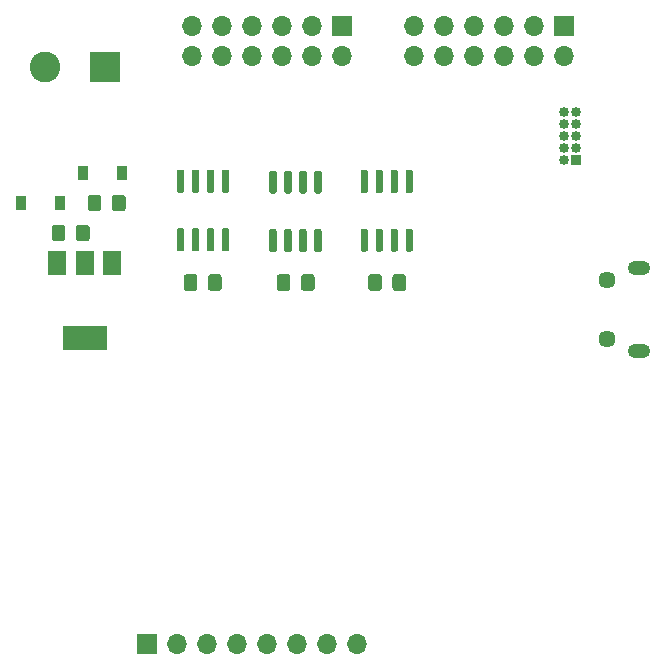
<source format=gbr>
G04 #@! TF.GenerationSoftware,KiCad,Pcbnew,5.1.5+dfsg1-2build2*
G04 #@! TF.CreationDate,2020-08-14T19:59:24+10:00*
G04 #@! TF.ProjectId,sid-board-v3_blocklayout,7369642d-626f-4617-9264-2d76335f626c,rev?*
G04 #@! TF.SameCoordinates,Original*
G04 #@! TF.FileFunction,Soldermask,Bot*
G04 #@! TF.FilePolarity,Negative*
%FSLAX46Y46*%
G04 Gerber Fmt 4.6, Leading zero omitted, Abs format (unit mm)*
G04 Created by KiCad (PCBNEW 5.1.5+dfsg1-2build2) date 2020-08-14 19:59:24*
%MOMM*%
%LPD*%
G04 APERTURE LIST*
%ADD10O,1.700000X1.700000*%
%ADD11R,1.700000X1.700000*%
%ADD12R,0.900000X1.200000*%
%ADD13C,0.100000*%
%ADD14O,1.900000X1.200000*%
%ADD15C,1.450000*%
%ADD16C,2.600000*%
%ADD17R,2.600000X2.600000*%
%ADD18R,1.500000X2.000000*%
%ADD19R,3.800000X2.000000*%
%ADD20R,0.850000X0.850000*%
%ADD21O,0.850000X0.850000*%
G04 APERTURE END LIST*
D10*
X152400000Y-71755000D03*
X152400000Y-69215000D03*
X154940000Y-71755000D03*
X154940000Y-69215000D03*
X157480000Y-71755000D03*
X157480000Y-69215000D03*
X160020000Y-71755000D03*
X160020000Y-69215000D03*
X162560000Y-71755000D03*
X162560000Y-69215000D03*
X165100000Y-71755000D03*
D11*
X165100000Y-69215000D03*
D10*
X133604000Y-71755000D03*
X133604000Y-69215000D03*
X136144000Y-71755000D03*
X136144000Y-69215000D03*
X138684000Y-71755000D03*
X138684000Y-69215000D03*
X141224000Y-71755000D03*
X141224000Y-69215000D03*
X143764000Y-71755000D03*
X143764000Y-69215000D03*
X146304000Y-71755000D03*
D11*
X146304000Y-69215000D03*
D12*
X127634000Y-81661000D03*
X124334000Y-81661000D03*
D13*
G36*
X152136123Y-86362547D02*
G01*
X152150684Y-86364707D01*
X152164963Y-86368284D01*
X152178823Y-86373243D01*
X152192130Y-86379537D01*
X152204756Y-86387105D01*
X152216579Y-86395873D01*
X152227486Y-86405759D01*
X152237372Y-86416666D01*
X152246140Y-86428489D01*
X152253708Y-86441115D01*
X152260002Y-86454422D01*
X152264961Y-86468282D01*
X152268538Y-86482561D01*
X152270698Y-86497122D01*
X152271420Y-86511825D01*
X152271420Y-88161825D01*
X152270698Y-88176528D01*
X152268538Y-88191089D01*
X152264961Y-88205368D01*
X152260002Y-88219228D01*
X152253708Y-88232535D01*
X152246140Y-88245161D01*
X152237372Y-88256984D01*
X152227486Y-88267891D01*
X152216579Y-88277777D01*
X152204756Y-88286545D01*
X152192130Y-88294113D01*
X152178823Y-88300407D01*
X152164963Y-88305366D01*
X152150684Y-88308943D01*
X152136123Y-88311103D01*
X152121420Y-88311825D01*
X151821420Y-88311825D01*
X151806717Y-88311103D01*
X151792156Y-88308943D01*
X151777877Y-88305366D01*
X151764017Y-88300407D01*
X151750710Y-88294113D01*
X151738084Y-88286545D01*
X151726261Y-88277777D01*
X151715354Y-88267891D01*
X151705468Y-88256984D01*
X151696700Y-88245161D01*
X151689132Y-88232535D01*
X151682838Y-88219228D01*
X151677879Y-88205368D01*
X151674302Y-88191089D01*
X151672142Y-88176528D01*
X151671420Y-88161825D01*
X151671420Y-86511825D01*
X151672142Y-86497122D01*
X151674302Y-86482561D01*
X151677879Y-86468282D01*
X151682838Y-86454422D01*
X151689132Y-86441115D01*
X151696700Y-86428489D01*
X151705468Y-86416666D01*
X151715354Y-86405759D01*
X151726261Y-86395873D01*
X151738084Y-86387105D01*
X151750710Y-86379537D01*
X151764017Y-86373243D01*
X151777877Y-86368284D01*
X151792156Y-86364707D01*
X151806717Y-86362547D01*
X151821420Y-86361825D01*
X152121420Y-86361825D01*
X152136123Y-86362547D01*
G37*
G36*
X150866123Y-86362547D02*
G01*
X150880684Y-86364707D01*
X150894963Y-86368284D01*
X150908823Y-86373243D01*
X150922130Y-86379537D01*
X150934756Y-86387105D01*
X150946579Y-86395873D01*
X150957486Y-86405759D01*
X150967372Y-86416666D01*
X150976140Y-86428489D01*
X150983708Y-86441115D01*
X150990002Y-86454422D01*
X150994961Y-86468282D01*
X150998538Y-86482561D01*
X151000698Y-86497122D01*
X151001420Y-86511825D01*
X151001420Y-88161825D01*
X151000698Y-88176528D01*
X150998538Y-88191089D01*
X150994961Y-88205368D01*
X150990002Y-88219228D01*
X150983708Y-88232535D01*
X150976140Y-88245161D01*
X150967372Y-88256984D01*
X150957486Y-88267891D01*
X150946579Y-88277777D01*
X150934756Y-88286545D01*
X150922130Y-88294113D01*
X150908823Y-88300407D01*
X150894963Y-88305366D01*
X150880684Y-88308943D01*
X150866123Y-88311103D01*
X150851420Y-88311825D01*
X150551420Y-88311825D01*
X150536717Y-88311103D01*
X150522156Y-88308943D01*
X150507877Y-88305366D01*
X150494017Y-88300407D01*
X150480710Y-88294113D01*
X150468084Y-88286545D01*
X150456261Y-88277777D01*
X150445354Y-88267891D01*
X150435468Y-88256984D01*
X150426700Y-88245161D01*
X150419132Y-88232535D01*
X150412838Y-88219228D01*
X150407879Y-88205368D01*
X150404302Y-88191089D01*
X150402142Y-88176528D01*
X150401420Y-88161825D01*
X150401420Y-86511825D01*
X150402142Y-86497122D01*
X150404302Y-86482561D01*
X150407879Y-86468282D01*
X150412838Y-86454422D01*
X150419132Y-86441115D01*
X150426700Y-86428489D01*
X150435468Y-86416666D01*
X150445354Y-86405759D01*
X150456261Y-86395873D01*
X150468084Y-86387105D01*
X150480710Y-86379537D01*
X150494017Y-86373243D01*
X150507877Y-86368284D01*
X150522156Y-86364707D01*
X150536717Y-86362547D01*
X150551420Y-86361825D01*
X150851420Y-86361825D01*
X150866123Y-86362547D01*
G37*
G36*
X149596123Y-86362547D02*
G01*
X149610684Y-86364707D01*
X149624963Y-86368284D01*
X149638823Y-86373243D01*
X149652130Y-86379537D01*
X149664756Y-86387105D01*
X149676579Y-86395873D01*
X149687486Y-86405759D01*
X149697372Y-86416666D01*
X149706140Y-86428489D01*
X149713708Y-86441115D01*
X149720002Y-86454422D01*
X149724961Y-86468282D01*
X149728538Y-86482561D01*
X149730698Y-86497122D01*
X149731420Y-86511825D01*
X149731420Y-88161825D01*
X149730698Y-88176528D01*
X149728538Y-88191089D01*
X149724961Y-88205368D01*
X149720002Y-88219228D01*
X149713708Y-88232535D01*
X149706140Y-88245161D01*
X149697372Y-88256984D01*
X149687486Y-88267891D01*
X149676579Y-88277777D01*
X149664756Y-88286545D01*
X149652130Y-88294113D01*
X149638823Y-88300407D01*
X149624963Y-88305366D01*
X149610684Y-88308943D01*
X149596123Y-88311103D01*
X149581420Y-88311825D01*
X149281420Y-88311825D01*
X149266717Y-88311103D01*
X149252156Y-88308943D01*
X149237877Y-88305366D01*
X149224017Y-88300407D01*
X149210710Y-88294113D01*
X149198084Y-88286545D01*
X149186261Y-88277777D01*
X149175354Y-88267891D01*
X149165468Y-88256984D01*
X149156700Y-88245161D01*
X149149132Y-88232535D01*
X149142838Y-88219228D01*
X149137879Y-88205368D01*
X149134302Y-88191089D01*
X149132142Y-88176528D01*
X149131420Y-88161825D01*
X149131420Y-86511825D01*
X149132142Y-86497122D01*
X149134302Y-86482561D01*
X149137879Y-86468282D01*
X149142838Y-86454422D01*
X149149132Y-86441115D01*
X149156700Y-86428489D01*
X149165468Y-86416666D01*
X149175354Y-86405759D01*
X149186261Y-86395873D01*
X149198084Y-86387105D01*
X149210710Y-86379537D01*
X149224017Y-86373243D01*
X149237877Y-86368284D01*
X149252156Y-86364707D01*
X149266717Y-86362547D01*
X149281420Y-86361825D01*
X149581420Y-86361825D01*
X149596123Y-86362547D01*
G37*
G36*
X148326123Y-86362547D02*
G01*
X148340684Y-86364707D01*
X148354963Y-86368284D01*
X148368823Y-86373243D01*
X148382130Y-86379537D01*
X148394756Y-86387105D01*
X148406579Y-86395873D01*
X148417486Y-86405759D01*
X148427372Y-86416666D01*
X148436140Y-86428489D01*
X148443708Y-86441115D01*
X148450002Y-86454422D01*
X148454961Y-86468282D01*
X148458538Y-86482561D01*
X148460698Y-86497122D01*
X148461420Y-86511825D01*
X148461420Y-88161825D01*
X148460698Y-88176528D01*
X148458538Y-88191089D01*
X148454961Y-88205368D01*
X148450002Y-88219228D01*
X148443708Y-88232535D01*
X148436140Y-88245161D01*
X148427372Y-88256984D01*
X148417486Y-88267891D01*
X148406579Y-88277777D01*
X148394756Y-88286545D01*
X148382130Y-88294113D01*
X148368823Y-88300407D01*
X148354963Y-88305366D01*
X148340684Y-88308943D01*
X148326123Y-88311103D01*
X148311420Y-88311825D01*
X148011420Y-88311825D01*
X147996717Y-88311103D01*
X147982156Y-88308943D01*
X147967877Y-88305366D01*
X147954017Y-88300407D01*
X147940710Y-88294113D01*
X147928084Y-88286545D01*
X147916261Y-88277777D01*
X147905354Y-88267891D01*
X147895468Y-88256984D01*
X147886700Y-88245161D01*
X147879132Y-88232535D01*
X147872838Y-88219228D01*
X147867879Y-88205368D01*
X147864302Y-88191089D01*
X147862142Y-88176528D01*
X147861420Y-88161825D01*
X147861420Y-86511825D01*
X147862142Y-86497122D01*
X147864302Y-86482561D01*
X147867879Y-86468282D01*
X147872838Y-86454422D01*
X147879132Y-86441115D01*
X147886700Y-86428489D01*
X147895468Y-86416666D01*
X147905354Y-86405759D01*
X147916261Y-86395873D01*
X147928084Y-86387105D01*
X147940710Y-86379537D01*
X147954017Y-86373243D01*
X147967877Y-86368284D01*
X147982156Y-86364707D01*
X147996717Y-86362547D01*
X148011420Y-86361825D01*
X148311420Y-86361825D01*
X148326123Y-86362547D01*
G37*
G36*
X148326123Y-81412547D02*
G01*
X148340684Y-81414707D01*
X148354963Y-81418284D01*
X148368823Y-81423243D01*
X148382130Y-81429537D01*
X148394756Y-81437105D01*
X148406579Y-81445873D01*
X148417486Y-81455759D01*
X148427372Y-81466666D01*
X148436140Y-81478489D01*
X148443708Y-81491115D01*
X148450002Y-81504422D01*
X148454961Y-81518282D01*
X148458538Y-81532561D01*
X148460698Y-81547122D01*
X148461420Y-81561825D01*
X148461420Y-83211825D01*
X148460698Y-83226528D01*
X148458538Y-83241089D01*
X148454961Y-83255368D01*
X148450002Y-83269228D01*
X148443708Y-83282535D01*
X148436140Y-83295161D01*
X148427372Y-83306984D01*
X148417486Y-83317891D01*
X148406579Y-83327777D01*
X148394756Y-83336545D01*
X148382130Y-83344113D01*
X148368823Y-83350407D01*
X148354963Y-83355366D01*
X148340684Y-83358943D01*
X148326123Y-83361103D01*
X148311420Y-83361825D01*
X148011420Y-83361825D01*
X147996717Y-83361103D01*
X147982156Y-83358943D01*
X147967877Y-83355366D01*
X147954017Y-83350407D01*
X147940710Y-83344113D01*
X147928084Y-83336545D01*
X147916261Y-83327777D01*
X147905354Y-83317891D01*
X147895468Y-83306984D01*
X147886700Y-83295161D01*
X147879132Y-83282535D01*
X147872838Y-83269228D01*
X147867879Y-83255368D01*
X147864302Y-83241089D01*
X147862142Y-83226528D01*
X147861420Y-83211825D01*
X147861420Y-81561825D01*
X147862142Y-81547122D01*
X147864302Y-81532561D01*
X147867879Y-81518282D01*
X147872838Y-81504422D01*
X147879132Y-81491115D01*
X147886700Y-81478489D01*
X147895468Y-81466666D01*
X147905354Y-81455759D01*
X147916261Y-81445873D01*
X147928084Y-81437105D01*
X147940710Y-81429537D01*
X147954017Y-81423243D01*
X147967877Y-81418284D01*
X147982156Y-81414707D01*
X147996717Y-81412547D01*
X148011420Y-81411825D01*
X148311420Y-81411825D01*
X148326123Y-81412547D01*
G37*
G36*
X149596123Y-81412547D02*
G01*
X149610684Y-81414707D01*
X149624963Y-81418284D01*
X149638823Y-81423243D01*
X149652130Y-81429537D01*
X149664756Y-81437105D01*
X149676579Y-81445873D01*
X149687486Y-81455759D01*
X149697372Y-81466666D01*
X149706140Y-81478489D01*
X149713708Y-81491115D01*
X149720002Y-81504422D01*
X149724961Y-81518282D01*
X149728538Y-81532561D01*
X149730698Y-81547122D01*
X149731420Y-81561825D01*
X149731420Y-83211825D01*
X149730698Y-83226528D01*
X149728538Y-83241089D01*
X149724961Y-83255368D01*
X149720002Y-83269228D01*
X149713708Y-83282535D01*
X149706140Y-83295161D01*
X149697372Y-83306984D01*
X149687486Y-83317891D01*
X149676579Y-83327777D01*
X149664756Y-83336545D01*
X149652130Y-83344113D01*
X149638823Y-83350407D01*
X149624963Y-83355366D01*
X149610684Y-83358943D01*
X149596123Y-83361103D01*
X149581420Y-83361825D01*
X149281420Y-83361825D01*
X149266717Y-83361103D01*
X149252156Y-83358943D01*
X149237877Y-83355366D01*
X149224017Y-83350407D01*
X149210710Y-83344113D01*
X149198084Y-83336545D01*
X149186261Y-83327777D01*
X149175354Y-83317891D01*
X149165468Y-83306984D01*
X149156700Y-83295161D01*
X149149132Y-83282535D01*
X149142838Y-83269228D01*
X149137879Y-83255368D01*
X149134302Y-83241089D01*
X149132142Y-83226528D01*
X149131420Y-83211825D01*
X149131420Y-81561825D01*
X149132142Y-81547122D01*
X149134302Y-81532561D01*
X149137879Y-81518282D01*
X149142838Y-81504422D01*
X149149132Y-81491115D01*
X149156700Y-81478489D01*
X149165468Y-81466666D01*
X149175354Y-81455759D01*
X149186261Y-81445873D01*
X149198084Y-81437105D01*
X149210710Y-81429537D01*
X149224017Y-81423243D01*
X149237877Y-81418284D01*
X149252156Y-81414707D01*
X149266717Y-81412547D01*
X149281420Y-81411825D01*
X149581420Y-81411825D01*
X149596123Y-81412547D01*
G37*
G36*
X150866123Y-81412547D02*
G01*
X150880684Y-81414707D01*
X150894963Y-81418284D01*
X150908823Y-81423243D01*
X150922130Y-81429537D01*
X150934756Y-81437105D01*
X150946579Y-81445873D01*
X150957486Y-81455759D01*
X150967372Y-81466666D01*
X150976140Y-81478489D01*
X150983708Y-81491115D01*
X150990002Y-81504422D01*
X150994961Y-81518282D01*
X150998538Y-81532561D01*
X151000698Y-81547122D01*
X151001420Y-81561825D01*
X151001420Y-83211825D01*
X151000698Y-83226528D01*
X150998538Y-83241089D01*
X150994961Y-83255368D01*
X150990002Y-83269228D01*
X150983708Y-83282535D01*
X150976140Y-83295161D01*
X150967372Y-83306984D01*
X150957486Y-83317891D01*
X150946579Y-83327777D01*
X150934756Y-83336545D01*
X150922130Y-83344113D01*
X150908823Y-83350407D01*
X150894963Y-83355366D01*
X150880684Y-83358943D01*
X150866123Y-83361103D01*
X150851420Y-83361825D01*
X150551420Y-83361825D01*
X150536717Y-83361103D01*
X150522156Y-83358943D01*
X150507877Y-83355366D01*
X150494017Y-83350407D01*
X150480710Y-83344113D01*
X150468084Y-83336545D01*
X150456261Y-83327777D01*
X150445354Y-83317891D01*
X150435468Y-83306984D01*
X150426700Y-83295161D01*
X150419132Y-83282535D01*
X150412838Y-83269228D01*
X150407879Y-83255368D01*
X150404302Y-83241089D01*
X150402142Y-83226528D01*
X150401420Y-83211825D01*
X150401420Y-81561825D01*
X150402142Y-81547122D01*
X150404302Y-81532561D01*
X150407879Y-81518282D01*
X150412838Y-81504422D01*
X150419132Y-81491115D01*
X150426700Y-81478489D01*
X150435468Y-81466666D01*
X150445354Y-81455759D01*
X150456261Y-81445873D01*
X150468084Y-81437105D01*
X150480710Y-81429537D01*
X150494017Y-81423243D01*
X150507877Y-81418284D01*
X150522156Y-81414707D01*
X150536717Y-81412547D01*
X150551420Y-81411825D01*
X150851420Y-81411825D01*
X150866123Y-81412547D01*
G37*
G36*
X152136123Y-81412547D02*
G01*
X152150684Y-81414707D01*
X152164963Y-81418284D01*
X152178823Y-81423243D01*
X152192130Y-81429537D01*
X152204756Y-81437105D01*
X152216579Y-81445873D01*
X152227486Y-81455759D01*
X152237372Y-81466666D01*
X152246140Y-81478489D01*
X152253708Y-81491115D01*
X152260002Y-81504422D01*
X152264961Y-81518282D01*
X152268538Y-81532561D01*
X152270698Y-81547122D01*
X152271420Y-81561825D01*
X152271420Y-83211825D01*
X152270698Y-83226528D01*
X152268538Y-83241089D01*
X152264961Y-83255368D01*
X152260002Y-83269228D01*
X152253708Y-83282535D01*
X152246140Y-83295161D01*
X152237372Y-83306984D01*
X152227486Y-83317891D01*
X152216579Y-83327777D01*
X152204756Y-83336545D01*
X152192130Y-83344113D01*
X152178823Y-83350407D01*
X152164963Y-83355366D01*
X152150684Y-83358943D01*
X152136123Y-83361103D01*
X152121420Y-83361825D01*
X151821420Y-83361825D01*
X151806717Y-83361103D01*
X151792156Y-83358943D01*
X151777877Y-83355366D01*
X151764017Y-83350407D01*
X151750710Y-83344113D01*
X151738084Y-83336545D01*
X151726261Y-83327777D01*
X151715354Y-83317891D01*
X151705468Y-83306984D01*
X151696700Y-83295161D01*
X151689132Y-83282535D01*
X151682838Y-83269228D01*
X151677879Y-83255368D01*
X151674302Y-83241089D01*
X151672142Y-83226528D01*
X151671420Y-83211825D01*
X151671420Y-81561825D01*
X151672142Y-81547122D01*
X151674302Y-81532561D01*
X151677879Y-81518282D01*
X151682838Y-81504422D01*
X151689132Y-81491115D01*
X151696700Y-81478489D01*
X151705468Y-81466666D01*
X151715354Y-81455759D01*
X151726261Y-81445873D01*
X151738084Y-81437105D01*
X151750710Y-81429537D01*
X151764017Y-81423243D01*
X151777877Y-81418284D01*
X151792156Y-81414707D01*
X151806717Y-81412547D01*
X151821420Y-81411825D01*
X152121420Y-81411825D01*
X152136123Y-81412547D01*
G37*
D14*
X171417500Y-89718000D03*
X171417500Y-96718000D03*
D15*
X168717500Y-90718000D03*
X168717500Y-95718000D03*
D16*
X121158000Y-72644000D03*
D17*
X126238000Y-72644000D03*
D18*
X122189000Y-89313252D03*
X126789000Y-89313252D03*
X124489000Y-89313252D03*
D19*
X124489000Y-95613252D03*
D13*
G36*
X141691505Y-90233204D02*
G01*
X141715773Y-90236804D01*
X141739572Y-90242765D01*
X141762671Y-90251030D01*
X141784850Y-90261520D01*
X141805893Y-90274132D01*
X141825599Y-90288747D01*
X141843777Y-90305223D01*
X141860253Y-90323401D01*
X141874868Y-90343107D01*
X141887480Y-90364150D01*
X141897970Y-90386329D01*
X141906235Y-90409428D01*
X141912196Y-90433227D01*
X141915796Y-90457495D01*
X141917000Y-90481999D01*
X141917000Y-91382001D01*
X141915796Y-91406505D01*
X141912196Y-91430773D01*
X141906235Y-91454572D01*
X141897970Y-91477671D01*
X141887480Y-91499850D01*
X141874868Y-91520893D01*
X141860253Y-91540599D01*
X141843777Y-91558777D01*
X141825599Y-91575253D01*
X141805893Y-91589868D01*
X141784850Y-91602480D01*
X141762671Y-91612970D01*
X141739572Y-91621235D01*
X141715773Y-91627196D01*
X141691505Y-91630796D01*
X141667001Y-91632000D01*
X141016999Y-91632000D01*
X140992495Y-91630796D01*
X140968227Y-91627196D01*
X140944428Y-91621235D01*
X140921329Y-91612970D01*
X140899150Y-91602480D01*
X140878107Y-91589868D01*
X140858401Y-91575253D01*
X140840223Y-91558777D01*
X140823747Y-91540599D01*
X140809132Y-91520893D01*
X140796520Y-91499850D01*
X140786030Y-91477671D01*
X140777765Y-91454572D01*
X140771804Y-91430773D01*
X140768204Y-91406505D01*
X140767000Y-91382001D01*
X140767000Y-90481999D01*
X140768204Y-90457495D01*
X140771804Y-90433227D01*
X140777765Y-90409428D01*
X140786030Y-90386329D01*
X140796520Y-90364150D01*
X140809132Y-90343107D01*
X140823747Y-90323401D01*
X140840223Y-90305223D01*
X140858401Y-90288747D01*
X140878107Y-90274132D01*
X140899150Y-90261520D01*
X140921329Y-90251030D01*
X140944428Y-90242765D01*
X140968227Y-90236804D01*
X140992495Y-90233204D01*
X141016999Y-90232000D01*
X141667001Y-90232000D01*
X141691505Y-90233204D01*
G37*
G36*
X143741505Y-90233204D02*
G01*
X143765773Y-90236804D01*
X143789572Y-90242765D01*
X143812671Y-90251030D01*
X143834850Y-90261520D01*
X143855893Y-90274132D01*
X143875599Y-90288747D01*
X143893777Y-90305223D01*
X143910253Y-90323401D01*
X143924868Y-90343107D01*
X143937480Y-90364150D01*
X143947970Y-90386329D01*
X143956235Y-90409428D01*
X143962196Y-90433227D01*
X143965796Y-90457495D01*
X143967000Y-90481999D01*
X143967000Y-91382001D01*
X143965796Y-91406505D01*
X143962196Y-91430773D01*
X143956235Y-91454572D01*
X143947970Y-91477671D01*
X143937480Y-91499850D01*
X143924868Y-91520893D01*
X143910253Y-91540599D01*
X143893777Y-91558777D01*
X143875599Y-91575253D01*
X143855893Y-91589868D01*
X143834850Y-91602480D01*
X143812671Y-91612970D01*
X143789572Y-91621235D01*
X143765773Y-91627196D01*
X143741505Y-91630796D01*
X143717001Y-91632000D01*
X143066999Y-91632000D01*
X143042495Y-91630796D01*
X143018227Y-91627196D01*
X142994428Y-91621235D01*
X142971329Y-91612970D01*
X142949150Y-91602480D01*
X142928107Y-91589868D01*
X142908401Y-91575253D01*
X142890223Y-91558777D01*
X142873747Y-91540599D01*
X142859132Y-91520893D01*
X142846520Y-91499850D01*
X142836030Y-91477671D01*
X142827765Y-91454572D01*
X142821804Y-91430773D01*
X142818204Y-91406505D01*
X142817000Y-91382001D01*
X142817000Y-90481999D01*
X142818204Y-90457495D01*
X142821804Y-90433227D01*
X142827765Y-90409428D01*
X142836030Y-90386329D01*
X142846520Y-90364150D01*
X142859132Y-90343107D01*
X142873747Y-90323401D01*
X142890223Y-90305223D01*
X142908401Y-90288747D01*
X142928107Y-90274132D01*
X142949150Y-90261520D01*
X142971329Y-90251030D01*
X142994428Y-90242765D01*
X143018227Y-90236804D01*
X143042495Y-90233204D01*
X143066999Y-90232000D01*
X143717001Y-90232000D01*
X143741505Y-90233204D01*
G37*
G36*
X151488505Y-90233204D02*
G01*
X151512773Y-90236804D01*
X151536572Y-90242765D01*
X151559671Y-90251030D01*
X151581850Y-90261520D01*
X151602893Y-90274132D01*
X151622599Y-90288747D01*
X151640777Y-90305223D01*
X151657253Y-90323401D01*
X151671868Y-90343107D01*
X151684480Y-90364150D01*
X151694970Y-90386329D01*
X151703235Y-90409428D01*
X151709196Y-90433227D01*
X151712796Y-90457495D01*
X151714000Y-90481999D01*
X151714000Y-91382001D01*
X151712796Y-91406505D01*
X151709196Y-91430773D01*
X151703235Y-91454572D01*
X151694970Y-91477671D01*
X151684480Y-91499850D01*
X151671868Y-91520893D01*
X151657253Y-91540599D01*
X151640777Y-91558777D01*
X151622599Y-91575253D01*
X151602893Y-91589868D01*
X151581850Y-91602480D01*
X151559671Y-91612970D01*
X151536572Y-91621235D01*
X151512773Y-91627196D01*
X151488505Y-91630796D01*
X151464001Y-91632000D01*
X150813999Y-91632000D01*
X150789495Y-91630796D01*
X150765227Y-91627196D01*
X150741428Y-91621235D01*
X150718329Y-91612970D01*
X150696150Y-91602480D01*
X150675107Y-91589868D01*
X150655401Y-91575253D01*
X150637223Y-91558777D01*
X150620747Y-91540599D01*
X150606132Y-91520893D01*
X150593520Y-91499850D01*
X150583030Y-91477671D01*
X150574765Y-91454572D01*
X150568804Y-91430773D01*
X150565204Y-91406505D01*
X150564000Y-91382001D01*
X150564000Y-90481999D01*
X150565204Y-90457495D01*
X150568804Y-90433227D01*
X150574765Y-90409428D01*
X150583030Y-90386329D01*
X150593520Y-90364150D01*
X150606132Y-90343107D01*
X150620747Y-90323401D01*
X150637223Y-90305223D01*
X150655401Y-90288747D01*
X150675107Y-90274132D01*
X150696150Y-90261520D01*
X150718329Y-90251030D01*
X150741428Y-90242765D01*
X150765227Y-90236804D01*
X150789495Y-90233204D01*
X150813999Y-90232000D01*
X151464001Y-90232000D01*
X151488505Y-90233204D01*
G37*
G36*
X149438505Y-90233204D02*
G01*
X149462773Y-90236804D01*
X149486572Y-90242765D01*
X149509671Y-90251030D01*
X149531850Y-90261520D01*
X149552893Y-90274132D01*
X149572599Y-90288747D01*
X149590777Y-90305223D01*
X149607253Y-90323401D01*
X149621868Y-90343107D01*
X149634480Y-90364150D01*
X149644970Y-90386329D01*
X149653235Y-90409428D01*
X149659196Y-90433227D01*
X149662796Y-90457495D01*
X149664000Y-90481999D01*
X149664000Y-91382001D01*
X149662796Y-91406505D01*
X149659196Y-91430773D01*
X149653235Y-91454572D01*
X149644970Y-91477671D01*
X149634480Y-91499850D01*
X149621868Y-91520893D01*
X149607253Y-91540599D01*
X149590777Y-91558777D01*
X149572599Y-91575253D01*
X149552893Y-91589868D01*
X149531850Y-91602480D01*
X149509671Y-91612970D01*
X149486572Y-91621235D01*
X149462773Y-91627196D01*
X149438505Y-91630796D01*
X149414001Y-91632000D01*
X148763999Y-91632000D01*
X148739495Y-91630796D01*
X148715227Y-91627196D01*
X148691428Y-91621235D01*
X148668329Y-91612970D01*
X148646150Y-91602480D01*
X148625107Y-91589868D01*
X148605401Y-91575253D01*
X148587223Y-91558777D01*
X148570747Y-91540599D01*
X148556132Y-91520893D01*
X148543520Y-91499850D01*
X148533030Y-91477671D01*
X148524765Y-91454572D01*
X148518804Y-91430773D01*
X148515204Y-91406505D01*
X148514000Y-91382001D01*
X148514000Y-90481999D01*
X148515204Y-90457495D01*
X148518804Y-90433227D01*
X148524765Y-90409428D01*
X148533030Y-90386329D01*
X148543520Y-90364150D01*
X148556132Y-90343107D01*
X148570747Y-90323401D01*
X148587223Y-90305223D01*
X148605401Y-90288747D01*
X148625107Y-90274132D01*
X148646150Y-90261520D01*
X148668329Y-90251030D01*
X148691428Y-90242765D01*
X148715227Y-90236804D01*
X148739495Y-90233204D01*
X148763999Y-90232000D01*
X149414001Y-90232000D01*
X149438505Y-90233204D01*
G37*
G36*
X144421580Y-81457881D02*
G01*
X144436141Y-81460041D01*
X144450420Y-81463618D01*
X144464280Y-81468577D01*
X144477587Y-81474871D01*
X144490213Y-81482439D01*
X144502036Y-81491207D01*
X144512943Y-81501093D01*
X144522829Y-81512000D01*
X144531597Y-81523823D01*
X144539165Y-81536449D01*
X144545459Y-81549756D01*
X144550418Y-81563616D01*
X144553995Y-81577895D01*
X144556155Y-81592456D01*
X144556877Y-81607159D01*
X144556877Y-83257159D01*
X144556155Y-83271862D01*
X144553995Y-83286423D01*
X144550418Y-83300702D01*
X144545459Y-83314562D01*
X144539165Y-83327869D01*
X144531597Y-83340495D01*
X144522829Y-83352318D01*
X144512943Y-83363225D01*
X144502036Y-83373111D01*
X144490213Y-83381879D01*
X144477587Y-83389447D01*
X144464280Y-83395741D01*
X144450420Y-83400700D01*
X144436141Y-83404277D01*
X144421580Y-83406437D01*
X144406877Y-83407159D01*
X144106877Y-83407159D01*
X144092174Y-83406437D01*
X144077613Y-83404277D01*
X144063334Y-83400700D01*
X144049474Y-83395741D01*
X144036167Y-83389447D01*
X144023541Y-83381879D01*
X144011718Y-83373111D01*
X144000811Y-83363225D01*
X143990925Y-83352318D01*
X143982157Y-83340495D01*
X143974589Y-83327869D01*
X143968295Y-83314562D01*
X143963336Y-83300702D01*
X143959759Y-83286423D01*
X143957599Y-83271862D01*
X143956877Y-83257159D01*
X143956877Y-81607159D01*
X143957599Y-81592456D01*
X143959759Y-81577895D01*
X143963336Y-81563616D01*
X143968295Y-81549756D01*
X143974589Y-81536449D01*
X143982157Y-81523823D01*
X143990925Y-81512000D01*
X144000811Y-81501093D01*
X144011718Y-81491207D01*
X144023541Y-81482439D01*
X144036167Y-81474871D01*
X144049474Y-81468577D01*
X144063334Y-81463618D01*
X144077613Y-81460041D01*
X144092174Y-81457881D01*
X144106877Y-81457159D01*
X144406877Y-81457159D01*
X144421580Y-81457881D01*
G37*
G36*
X143151580Y-81457881D02*
G01*
X143166141Y-81460041D01*
X143180420Y-81463618D01*
X143194280Y-81468577D01*
X143207587Y-81474871D01*
X143220213Y-81482439D01*
X143232036Y-81491207D01*
X143242943Y-81501093D01*
X143252829Y-81512000D01*
X143261597Y-81523823D01*
X143269165Y-81536449D01*
X143275459Y-81549756D01*
X143280418Y-81563616D01*
X143283995Y-81577895D01*
X143286155Y-81592456D01*
X143286877Y-81607159D01*
X143286877Y-83257159D01*
X143286155Y-83271862D01*
X143283995Y-83286423D01*
X143280418Y-83300702D01*
X143275459Y-83314562D01*
X143269165Y-83327869D01*
X143261597Y-83340495D01*
X143252829Y-83352318D01*
X143242943Y-83363225D01*
X143232036Y-83373111D01*
X143220213Y-83381879D01*
X143207587Y-83389447D01*
X143194280Y-83395741D01*
X143180420Y-83400700D01*
X143166141Y-83404277D01*
X143151580Y-83406437D01*
X143136877Y-83407159D01*
X142836877Y-83407159D01*
X142822174Y-83406437D01*
X142807613Y-83404277D01*
X142793334Y-83400700D01*
X142779474Y-83395741D01*
X142766167Y-83389447D01*
X142753541Y-83381879D01*
X142741718Y-83373111D01*
X142730811Y-83363225D01*
X142720925Y-83352318D01*
X142712157Y-83340495D01*
X142704589Y-83327869D01*
X142698295Y-83314562D01*
X142693336Y-83300702D01*
X142689759Y-83286423D01*
X142687599Y-83271862D01*
X142686877Y-83257159D01*
X142686877Y-81607159D01*
X142687599Y-81592456D01*
X142689759Y-81577895D01*
X142693336Y-81563616D01*
X142698295Y-81549756D01*
X142704589Y-81536449D01*
X142712157Y-81523823D01*
X142720925Y-81512000D01*
X142730811Y-81501093D01*
X142741718Y-81491207D01*
X142753541Y-81482439D01*
X142766167Y-81474871D01*
X142779474Y-81468577D01*
X142793334Y-81463618D01*
X142807613Y-81460041D01*
X142822174Y-81457881D01*
X142836877Y-81457159D01*
X143136877Y-81457159D01*
X143151580Y-81457881D01*
G37*
G36*
X141881580Y-81457881D02*
G01*
X141896141Y-81460041D01*
X141910420Y-81463618D01*
X141924280Y-81468577D01*
X141937587Y-81474871D01*
X141950213Y-81482439D01*
X141962036Y-81491207D01*
X141972943Y-81501093D01*
X141982829Y-81512000D01*
X141991597Y-81523823D01*
X141999165Y-81536449D01*
X142005459Y-81549756D01*
X142010418Y-81563616D01*
X142013995Y-81577895D01*
X142016155Y-81592456D01*
X142016877Y-81607159D01*
X142016877Y-83257159D01*
X142016155Y-83271862D01*
X142013995Y-83286423D01*
X142010418Y-83300702D01*
X142005459Y-83314562D01*
X141999165Y-83327869D01*
X141991597Y-83340495D01*
X141982829Y-83352318D01*
X141972943Y-83363225D01*
X141962036Y-83373111D01*
X141950213Y-83381879D01*
X141937587Y-83389447D01*
X141924280Y-83395741D01*
X141910420Y-83400700D01*
X141896141Y-83404277D01*
X141881580Y-83406437D01*
X141866877Y-83407159D01*
X141566877Y-83407159D01*
X141552174Y-83406437D01*
X141537613Y-83404277D01*
X141523334Y-83400700D01*
X141509474Y-83395741D01*
X141496167Y-83389447D01*
X141483541Y-83381879D01*
X141471718Y-83373111D01*
X141460811Y-83363225D01*
X141450925Y-83352318D01*
X141442157Y-83340495D01*
X141434589Y-83327869D01*
X141428295Y-83314562D01*
X141423336Y-83300702D01*
X141419759Y-83286423D01*
X141417599Y-83271862D01*
X141416877Y-83257159D01*
X141416877Y-81607159D01*
X141417599Y-81592456D01*
X141419759Y-81577895D01*
X141423336Y-81563616D01*
X141428295Y-81549756D01*
X141434589Y-81536449D01*
X141442157Y-81523823D01*
X141450925Y-81512000D01*
X141460811Y-81501093D01*
X141471718Y-81491207D01*
X141483541Y-81482439D01*
X141496167Y-81474871D01*
X141509474Y-81468577D01*
X141523334Y-81463618D01*
X141537613Y-81460041D01*
X141552174Y-81457881D01*
X141566877Y-81457159D01*
X141866877Y-81457159D01*
X141881580Y-81457881D01*
G37*
G36*
X140611580Y-81457881D02*
G01*
X140626141Y-81460041D01*
X140640420Y-81463618D01*
X140654280Y-81468577D01*
X140667587Y-81474871D01*
X140680213Y-81482439D01*
X140692036Y-81491207D01*
X140702943Y-81501093D01*
X140712829Y-81512000D01*
X140721597Y-81523823D01*
X140729165Y-81536449D01*
X140735459Y-81549756D01*
X140740418Y-81563616D01*
X140743995Y-81577895D01*
X140746155Y-81592456D01*
X140746877Y-81607159D01*
X140746877Y-83257159D01*
X140746155Y-83271862D01*
X140743995Y-83286423D01*
X140740418Y-83300702D01*
X140735459Y-83314562D01*
X140729165Y-83327869D01*
X140721597Y-83340495D01*
X140712829Y-83352318D01*
X140702943Y-83363225D01*
X140692036Y-83373111D01*
X140680213Y-83381879D01*
X140667587Y-83389447D01*
X140654280Y-83395741D01*
X140640420Y-83400700D01*
X140626141Y-83404277D01*
X140611580Y-83406437D01*
X140596877Y-83407159D01*
X140296877Y-83407159D01*
X140282174Y-83406437D01*
X140267613Y-83404277D01*
X140253334Y-83400700D01*
X140239474Y-83395741D01*
X140226167Y-83389447D01*
X140213541Y-83381879D01*
X140201718Y-83373111D01*
X140190811Y-83363225D01*
X140180925Y-83352318D01*
X140172157Y-83340495D01*
X140164589Y-83327869D01*
X140158295Y-83314562D01*
X140153336Y-83300702D01*
X140149759Y-83286423D01*
X140147599Y-83271862D01*
X140146877Y-83257159D01*
X140146877Y-81607159D01*
X140147599Y-81592456D01*
X140149759Y-81577895D01*
X140153336Y-81563616D01*
X140158295Y-81549756D01*
X140164589Y-81536449D01*
X140172157Y-81523823D01*
X140180925Y-81512000D01*
X140190811Y-81501093D01*
X140201718Y-81491207D01*
X140213541Y-81482439D01*
X140226167Y-81474871D01*
X140239474Y-81468577D01*
X140253334Y-81463618D01*
X140267613Y-81460041D01*
X140282174Y-81457881D01*
X140296877Y-81457159D01*
X140596877Y-81457159D01*
X140611580Y-81457881D01*
G37*
G36*
X140611580Y-86407881D02*
G01*
X140626141Y-86410041D01*
X140640420Y-86413618D01*
X140654280Y-86418577D01*
X140667587Y-86424871D01*
X140680213Y-86432439D01*
X140692036Y-86441207D01*
X140702943Y-86451093D01*
X140712829Y-86462000D01*
X140721597Y-86473823D01*
X140729165Y-86486449D01*
X140735459Y-86499756D01*
X140740418Y-86513616D01*
X140743995Y-86527895D01*
X140746155Y-86542456D01*
X140746877Y-86557159D01*
X140746877Y-88207159D01*
X140746155Y-88221862D01*
X140743995Y-88236423D01*
X140740418Y-88250702D01*
X140735459Y-88264562D01*
X140729165Y-88277869D01*
X140721597Y-88290495D01*
X140712829Y-88302318D01*
X140702943Y-88313225D01*
X140692036Y-88323111D01*
X140680213Y-88331879D01*
X140667587Y-88339447D01*
X140654280Y-88345741D01*
X140640420Y-88350700D01*
X140626141Y-88354277D01*
X140611580Y-88356437D01*
X140596877Y-88357159D01*
X140296877Y-88357159D01*
X140282174Y-88356437D01*
X140267613Y-88354277D01*
X140253334Y-88350700D01*
X140239474Y-88345741D01*
X140226167Y-88339447D01*
X140213541Y-88331879D01*
X140201718Y-88323111D01*
X140190811Y-88313225D01*
X140180925Y-88302318D01*
X140172157Y-88290495D01*
X140164589Y-88277869D01*
X140158295Y-88264562D01*
X140153336Y-88250702D01*
X140149759Y-88236423D01*
X140147599Y-88221862D01*
X140146877Y-88207159D01*
X140146877Y-86557159D01*
X140147599Y-86542456D01*
X140149759Y-86527895D01*
X140153336Y-86513616D01*
X140158295Y-86499756D01*
X140164589Y-86486449D01*
X140172157Y-86473823D01*
X140180925Y-86462000D01*
X140190811Y-86451093D01*
X140201718Y-86441207D01*
X140213541Y-86432439D01*
X140226167Y-86424871D01*
X140239474Y-86418577D01*
X140253334Y-86413618D01*
X140267613Y-86410041D01*
X140282174Y-86407881D01*
X140296877Y-86407159D01*
X140596877Y-86407159D01*
X140611580Y-86407881D01*
G37*
G36*
X141881580Y-86407881D02*
G01*
X141896141Y-86410041D01*
X141910420Y-86413618D01*
X141924280Y-86418577D01*
X141937587Y-86424871D01*
X141950213Y-86432439D01*
X141962036Y-86441207D01*
X141972943Y-86451093D01*
X141982829Y-86462000D01*
X141991597Y-86473823D01*
X141999165Y-86486449D01*
X142005459Y-86499756D01*
X142010418Y-86513616D01*
X142013995Y-86527895D01*
X142016155Y-86542456D01*
X142016877Y-86557159D01*
X142016877Y-88207159D01*
X142016155Y-88221862D01*
X142013995Y-88236423D01*
X142010418Y-88250702D01*
X142005459Y-88264562D01*
X141999165Y-88277869D01*
X141991597Y-88290495D01*
X141982829Y-88302318D01*
X141972943Y-88313225D01*
X141962036Y-88323111D01*
X141950213Y-88331879D01*
X141937587Y-88339447D01*
X141924280Y-88345741D01*
X141910420Y-88350700D01*
X141896141Y-88354277D01*
X141881580Y-88356437D01*
X141866877Y-88357159D01*
X141566877Y-88357159D01*
X141552174Y-88356437D01*
X141537613Y-88354277D01*
X141523334Y-88350700D01*
X141509474Y-88345741D01*
X141496167Y-88339447D01*
X141483541Y-88331879D01*
X141471718Y-88323111D01*
X141460811Y-88313225D01*
X141450925Y-88302318D01*
X141442157Y-88290495D01*
X141434589Y-88277869D01*
X141428295Y-88264562D01*
X141423336Y-88250702D01*
X141419759Y-88236423D01*
X141417599Y-88221862D01*
X141416877Y-88207159D01*
X141416877Y-86557159D01*
X141417599Y-86542456D01*
X141419759Y-86527895D01*
X141423336Y-86513616D01*
X141428295Y-86499756D01*
X141434589Y-86486449D01*
X141442157Y-86473823D01*
X141450925Y-86462000D01*
X141460811Y-86451093D01*
X141471718Y-86441207D01*
X141483541Y-86432439D01*
X141496167Y-86424871D01*
X141509474Y-86418577D01*
X141523334Y-86413618D01*
X141537613Y-86410041D01*
X141552174Y-86407881D01*
X141566877Y-86407159D01*
X141866877Y-86407159D01*
X141881580Y-86407881D01*
G37*
G36*
X143151580Y-86407881D02*
G01*
X143166141Y-86410041D01*
X143180420Y-86413618D01*
X143194280Y-86418577D01*
X143207587Y-86424871D01*
X143220213Y-86432439D01*
X143232036Y-86441207D01*
X143242943Y-86451093D01*
X143252829Y-86462000D01*
X143261597Y-86473823D01*
X143269165Y-86486449D01*
X143275459Y-86499756D01*
X143280418Y-86513616D01*
X143283995Y-86527895D01*
X143286155Y-86542456D01*
X143286877Y-86557159D01*
X143286877Y-88207159D01*
X143286155Y-88221862D01*
X143283995Y-88236423D01*
X143280418Y-88250702D01*
X143275459Y-88264562D01*
X143269165Y-88277869D01*
X143261597Y-88290495D01*
X143252829Y-88302318D01*
X143242943Y-88313225D01*
X143232036Y-88323111D01*
X143220213Y-88331879D01*
X143207587Y-88339447D01*
X143194280Y-88345741D01*
X143180420Y-88350700D01*
X143166141Y-88354277D01*
X143151580Y-88356437D01*
X143136877Y-88357159D01*
X142836877Y-88357159D01*
X142822174Y-88356437D01*
X142807613Y-88354277D01*
X142793334Y-88350700D01*
X142779474Y-88345741D01*
X142766167Y-88339447D01*
X142753541Y-88331879D01*
X142741718Y-88323111D01*
X142730811Y-88313225D01*
X142720925Y-88302318D01*
X142712157Y-88290495D01*
X142704589Y-88277869D01*
X142698295Y-88264562D01*
X142693336Y-88250702D01*
X142689759Y-88236423D01*
X142687599Y-88221862D01*
X142686877Y-88207159D01*
X142686877Y-86557159D01*
X142687599Y-86542456D01*
X142689759Y-86527895D01*
X142693336Y-86513616D01*
X142698295Y-86499756D01*
X142704589Y-86486449D01*
X142712157Y-86473823D01*
X142720925Y-86462000D01*
X142730811Y-86451093D01*
X142741718Y-86441207D01*
X142753541Y-86432439D01*
X142766167Y-86424871D01*
X142779474Y-86418577D01*
X142793334Y-86413618D01*
X142807613Y-86410041D01*
X142822174Y-86407881D01*
X142836877Y-86407159D01*
X143136877Y-86407159D01*
X143151580Y-86407881D01*
G37*
G36*
X144421580Y-86407881D02*
G01*
X144436141Y-86410041D01*
X144450420Y-86413618D01*
X144464280Y-86418577D01*
X144477587Y-86424871D01*
X144490213Y-86432439D01*
X144502036Y-86441207D01*
X144512943Y-86451093D01*
X144522829Y-86462000D01*
X144531597Y-86473823D01*
X144539165Y-86486449D01*
X144545459Y-86499756D01*
X144550418Y-86513616D01*
X144553995Y-86527895D01*
X144556155Y-86542456D01*
X144556877Y-86557159D01*
X144556877Y-88207159D01*
X144556155Y-88221862D01*
X144553995Y-88236423D01*
X144550418Y-88250702D01*
X144545459Y-88264562D01*
X144539165Y-88277869D01*
X144531597Y-88290495D01*
X144522829Y-88302318D01*
X144512943Y-88313225D01*
X144502036Y-88323111D01*
X144490213Y-88331879D01*
X144477587Y-88339447D01*
X144464280Y-88345741D01*
X144450420Y-88350700D01*
X144436141Y-88354277D01*
X144421580Y-88356437D01*
X144406877Y-88357159D01*
X144106877Y-88357159D01*
X144092174Y-88356437D01*
X144077613Y-88354277D01*
X144063334Y-88350700D01*
X144049474Y-88345741D01*
X144036167Y-88339447D01*
X144023541Y-88331879D01*
X144011718Y-88323111D01*
X144000811Y-88313225D01*
X143990925Y-88302318D01*
X143982157Y-88290495D01*
X143974589Y-88277869D01*
X143968295Y-88264562D01*
X143963336Y-88250702D01*
X143959759Y-88236423D01*
X143957599Y-88221862D01*
X143956877Y-88207159D01*
X143956877Y-86557159D01*
X143957599Y-86542456D01*
X143959759Y-86527895D01*
X143963336Y-86513616D01*
X143968295Y-86499756D01*
X143974589Y-86486449D01*
X143982157Y-86473823D01*
X143990925Y-86462000D01*
X144000811Y-86451093D01*
X144011718Y-86441207D01*
X144023541Y-86432439D01*
X144036167Y-86424871D01*
X144049474Y-86418577D01*
X144063334Y-86413618D01*
X144077613Y-86410041D01*
X144092174Y-86407881D01*
X144106877Y-86407159D01*
X144406877Y-86407159D01*
X144421580Y-86407881D01*
G37*
D12*
X119127000Y-84201000D03*
X122427000Y-84201000D03*
D13*
G36*
X133817505Y-90233204D02*
G01*
X133841773Y-90236804D01*
X133865572Y-90242765D01*
X133888671Y-90251030D01*
X133910850Y-90261520D01*
X133931893Y-90274132D01*
X133951599Y-90288747D01*
X133969777Y-90305223D01*
X133986253Y-90323401D01*
X134000868Y-90343107D01*
X134013480Y-90364150D01*
X134023970Y-90386329D01*
X134032235Y-90409428D01*
X134038196Y-90433227D01*
X134041796Y-90457495D01*
X134043000Y-90481999D01*
X134043000Y-91382001D01*
X134041796Y-91406505D01*
X134038196Y-91430773D01*
X134032235Y-91454572D01*
X134023970Y-91477671D01*
X134013480Y-91499850D01*
X134000868Y-91520893D01*
X133986253Y-91540599D01*
X133969777Y-91558777D01*
X133951599Y-91575253D01*
X133931893Y-91589868D01*
X133910850Y-91602480D01*
X133888671Y-91612970D01*
X133865572Y-91621235D01*
X133841773Y-91627196D01*
X133817505Y-91630796D01*
X133793001Y-91632000D01*
X133142999Y-91632000D01*
X133118495Y-91630796D01*
X133094227Y-91627196D01*
X133070428Y-91621235D01*
X133047329Y-91612970D01*
X133025150Y-91602480D01*
X133004107Y-91589868D01*
X132984401Y-91575253D01*
X132966223Y-91558777D01*
X132949747Y-91540599D01*
X132935132Y-91520893D01*
X132922520Y-91499850D01*
X132912030Y-91477671D01*
X132903765Y-91454572D01*
X132897804Y-91430773D01*
X132894204Y-91406505D01*
X132893000Y-91382001D01*
X132893000Y-90481999D01*
X132894204Y-90457495D01*
X132897804Y-90433227D01*
X132903765Y-90409428D01*
X132912030Y-90386329D01*
X132922520Y-90364150D01*
X132935132Y-90343107D01*
X132949747Y-90323401D01*
X132966223Y-90305223D01*
X132984401Y-90288747D01*
X133004107Y-90274132D01*
X133025150Y-90261520D01*
X133047329Y-90251030D01*
X133070428Y-90242765D01*
X133094227Y-90236804D01*
X133118495Y-90233204D01*
X133142999Y-90232000D01*
X133793001Y-90232000D01*
X133817505Y-90233204D01*
G37*
G36*
X135867505Y-90233204D02*
G01*
X135891773Y-90236804D01*
X135915572Y-90242765D01*
X135938671Y-90251030D01*
X135960850Y-90261520D01*
X135981893Y-90274132D01*
X136001599Y-90288747D01*
X136019777Y-90305223D01*
X136036253Y-90323401D01*
X136050868Y-90343107D01*
X136063480Y-90364150D01*
X136073970Y-90386329D01*
X136082235Y-90409428D01*
X136088196Y-90433227D01*
X136091796Y-90457495D01*
X136093000Y-90481999D01*
X136093000Y-91382001D01*
X136091796Y-91406505D01*
X136088196Y-91430773D01*
X136082235Y-91454572D01*
X136073970Y-91477671D01*
X136063480Y-91499850D01*
X136050868Y-91520893D01*
X136036253Y-91540599D01*
X136019777Y-91558777D01*
X136001599Y-91575253D01*
X135981893Y-91589868D01*
X135960850Y-91602480D01*
X135938671Y-91612970D01*
X135915572Y-91621235D01*
X135891773Y-91627196D01*
X135867505Y-91630796D01*
X135843001Y-91632000D01*
X135192999Y-91632000D01*
X135168495Y-91630796D01*
X135144227Y-91627196D01*
X135120428Y-91621235D01*
X135097329Y-91612970D01*
X135075150Y-91602480D01*
X135054107Y-91589868D01*
X135034401Y-91575253D01*
X135016223Y-91558777D01*
X134999747Y-91540599D01*
X134985132Y-91520893D01*
X134972520Y-91499850D01*
X134962030Y-91477671D01*
X134953765Y-91454572D01*
X134947804Y-91430773D01*
X134944204Y-91406505D01*
X134943000Y-91382001D01*
X134943000Y-90481999D01*
X134944204Y-90457495D01*
X134947804Y-90433227D01*
X134953765Y-90409428D01*
X134962030Y-90386329D01*
X134972520Y-90364150D01*
X134985132Y-90343107D01*
X134999747Y-90323401D01*
X135016223Y-90305223D01*
X135034401Y-90288747D01*
X135054107Y-90274132D01*
X135075150Y-90261520D01*
X135097329Y-90251030D01*
X135120428Y-90242765D01*
X135144227Y-90236804D01*
X135168495Y-90233204D01*
X135192999Y-90232000D01*
X135843001Y-90232000D01*
X135867505Y-90233204D01*
G37*
G36*
X124691505Y-86042204D02*
G01*
X124715773Y-86045804D01*
X124739572Y-86051765D01*
X124762671Y-86060030D01*
X124784850Y-86070520D01*
X124805893Y-86083132D01*
X124825599Y-86097747D01*
X124843777Y-86114223D01*
X124860253Y-86132401D01*
X124874868Y-86152107D01*
X124887480Y-86173150D01*
X124897970Y-86195329D01*
X124906235Y-86218428D01*
X124912196Y-86242227D01*
X124915796Y-86266495D01*
X124917000Y-86290999D01*
X124917000Y-87191001D01*
X124915796Y-87215505D01*
X124912196Y-87239773D01*
X124906235Y-87263572D01*
X124897970Y-87286671D01*
X124887480Y-87308850D01*
X124874868Y-87329893D01*
X124860253Y-87349599D01*
X124843777Y-87367777D01*
X124825599Y-87384253D01*
X124805893Y-87398868D01*
X124784850Y-87411480D01*
X124762671Y-87421970D01*
X124739572Y-87430235D01*
X124715773Y-87436196D01*
X124691505Y-87439796D01*
X124667001Y-87441000D01*
X124016999Y-87441000D01*
X123992495Y-87439796D01*
X123968227Y-87436196D01*
X123944428Y-87430235D01*
X123921329Y-87421970D01*
X123899150Y-87411480D01*
X123878107Y-87398868D01*
X123858401Y-87384253D01*
X123840223Y-87367777D01*
X123823747Y-87349599D01*
X123809132Y-87329893D01*
X123796520Y-87308850D01*
X123786030Y-87286671D01*
X123777765Y-87263572D01*
X123771804Y-87239773D01*
X123768204Y-87215505D01*
X123767000Y-87191001D01*
X123767000Y-86290999D01*
X123768204Y-86266495D01*
X123771804Y-86242227D01*
X123777765Y-86218428D01*
X123786030Y-86195329D01*
X123796520Y-86173150D01*
X123809132Y-86152107D01*
X123823747Y-86132401D01*
X123840223Y-86114223D01*
X123858401Y-86097747D01*
X123878107Y-86083132D01*
X123899150Y-86070520D01*
X123921329Y-86060030D01*
X123944428Y-86051765D01*
X123968227Y-86045804D01*
X123992495Y-86042204D01*
X124016999Y-86041000D01*
X124667001Y-86041000D01*
X124691505Y-86042204D01*
G37*
G36*
X122641505Y-86042204D02*
G01*
X122665773Y-86045804D01*
X122689572Y-86051765D01*
X122712671Y-86060030D01*
X122734850Y-86070520D01*
X122755893Y-86083132D01*
X122775599Y-86097747D01*
X122793777Y-86114223D01*
X122810253Y-86132401D01*
X122824868Y-86152107D01*
X122837480Y-86173150D01*
X122847970Y-86195329D01*
X122856235Y-86218428D01*
X122862196Y-86242227D01*
X122865796Y-86266495D01*
X122867000Y-86290999D01*
X122867000Y-87191001D01*
X122865796Y-87215505D01*
X122862196Y-87239773D01*
X122856235Y-87263572D01*
X122847970Y-87286671D01*
X122837480Y-87308850D01*
X122824868Y-87329893D01*
X122810253Y-87349599D01*
X122793777Y-87367777D01*
X122775599Y-87384253D01*
X122755893Y-87398868D01*
X122734850Y-87411480D01*
X122712671Y-87421970D01*
X122689572Y-87430235D01*
X122665773Y-87436196D01*
X122641505Y-87439796D01*
X122617001Y-87441000D01*
X121966999Y-87441000D01*
X121942495Y-87439796D01*
X121918227Y-87436196D01*
X121894428Y-87430235D01*
X121871329Y-87421970D01*
X121849150Y-87411480D01*
X121828107Y-87398868D01*
X121808401Y-87384253D01*
X121790223Y-87367777D01*
X121773747Y-87349599D01*
X121759132Y-87329893D01*
X121746520Y-87308850D01*
X121736030Y-87286671D01*
X121727765Y-87263572D01*
X121721804Y-87239773D01*
X121718204Y-87215505D01*
X121717000Y-87191001D01*
X121717000Y-86290999D01*
X121718204Y-86266495D01*
X121721804Y-86242227D01*
X121727765Y-86218428D01*
X121736030Y-86195329D01*
X121746520Y-86173150D01*
X121759132Y-86152107D01*
X121773747Y-86132401D01*
X121790223Y-86114223D01*
X121808401Y-86097747D01*
X121828107Y-86083132D01*
X121849150Y-86070520D01*
X121871329Y-86060030D01*
X121894428Y-86051765D01*
X121918227Y-86045804D01*
X121942495Y-86042204D01*
X121966999Y-86041000D01*
X122617001Y-86041000D01*
X122641505Y-86042204D01*
G37*
G36*
X136581188Y-81386722D02*
G01*
X136595749Y-81388882D01*
X136610028Y-81392459D01*
X136623888Y-81397418D01*
X136637195Y-81403712D01*
X136649821Y-81411280D01*
X136661644Y-81420048D01*
X136672551Y-81429934D01*
X136682437Y-81440841D01*
X136691205Y-81452664D01*
X136698773Y-81465290D01*
X136705067Y-81478597D01*
X136710026Y-81492457D01*
X136713603Y-81506736D01*
X136715763Y-81521297D01*
X136716485Y-81536000D01*
X136716485Y-83186000D01*
X136715763Y-83200703D01*
X136713603Y-83215264D01*
X136710026Y-83229543D01*
X136705067Y-83243403D01*
X136698773Y-83256710D01*
X136691205Y-83269336D01*
X136682437Y-83281159D01*
X136672551Y-83292066D01*
X136661644Y-83301952D01*
X136649821Y-83310720D01*
X136637195Y-83318288D01*
X136623888Y-83324582D01*
X136610028Y-83329541D01*
X136595749Y-83333118D01*
X136581188Y-83335278D01*
X136566485Y-83336000D01*
X136266485Y-83336000D01*
X136251782Y-83335278D01*
X136237221Y-83333118D01*
X136222942Y-83329541D01*
X136209082Y-83324582D01*
X136195775Y-83318288D01*
X136183149Y-83310720D01*
X136171326Y-83301952D01*
X136160419Y-83292066D01*
X136150533Y-83281159D01*
X136141765Y-83269336D01*
X136134197Y-83256710D01*
X136127903Y-83243403D01*
X136122944Y-83229543D01*
X136119367Y-83215264D01*
X136117207Y-83200703D01*
X136116485Y-83186000D01*
X136116485Y-81536000D01*
X136117207Y-81521297D01*
X136119367Y-81506736D01*
X136122944Y-81492457D01*
X136127903Y-81478597D01*
X136134197Y-81465290D01*
X136141765Y-81452664D01*
X136150533Y-81440841D01*
X136160419Y-81429934D01*
X136171326Y-81420048D01*
X136183149Y-81411280D01*
X136195775Y-81403712D01*
X136209082Y-81397418D01*
X136222942Y-81392459D01*
X136237221Y-81388882D01*
X136251782Y-81386722D01*
X136266485Y-81386000D01*
X136566485Y-81386000D01*
X136581188Y-81386722D01*
G37*
G36*
X135311188Y-81386722D02*
G01*
X135325749Y-81388882D01*
X135340028Y-81392459D01*
X135353888Y-81397418D01*
X135367195Y-81403712D01*
X135379821Y-81411280D01*
X135391644Y-81420048D01*
X135402551Y-81429934D01*
X135412437Y-81440841D01*
X135421205Y-81452664D01*
X135428773Y-81465290D01*
X135435067Y-81478597D01*
X135440026Y-81492457D01*
X135443603Y-81506736D01*
X135445763Y-81521297D01*
X135446485Y-81536000D01*
X135446485Y-83186000D01*
X135445763Y-83200703D01*
X135443603Y-83215264D01*
X135440026Y-83229543D01*
X135435067Y-83243403D01*
X135428773Y-83256710D01*
X135421205Y-83269336D01*
X135412437Y-83281159D01*
X135402551Y-83292066D01*
X135391644Y-83301952D01*
X135379821Y-83310720D01*
X135367195Y-83318288D01*
X135353888Y-83324582D01*
X135340028Y-83329541D01*
X135325749Y-83333118D01*
X135311188Y-83335278D01*
X135296485Y-83336000D01*
X134996485Y-83336000D01*
X134981782Y-83335278D01*
X134967221Y-83333118D01*
X134952942Y-83329541D01*
X134939082Y-83324582D01*
X134925775Y-83318288D01*
X134913149Y-83310720D01*
X134901326Y-83301952D01*
X134890419Y-83292066D01*
X134880533Y-83281159D01*
X134871765Y-83269336D01*
X134864197Y-83256710D01*
X134857903Y-83243403D01*
X134852944Y-83229543D01*
X134849367Y-83215264D01*
X134847207Y-83200703D01*
X134846485Y-83186000D01*
X134846485Y-81536000D01*
X134847207Y-81521297D01*
X134849367Y-81506736D01*
X134852944Y-81492457D01*
X134857903Y-81478597D01*
X134864197Y-81465290D01*
X134871765Y-81452664D01*
X134880533Y-81440841D01*
X134890419Y-81429934D01*
X134901326Y-81420048D01*
X134913149Y-81411280D01*
X134925775Y-81403712D01*
X134939082Y-81397418D01*
X134952942Y-81392459D01*
X134967221Y-81388882D01*
X134981782Y-81386722D01*
X134996485Y-81386000D01*
X135296485Y-81386000D01*
X135311188Y-81386722D01*
G37*
G36*
X134041188Y-81386722D02*
G01*
X134055749Y-81388882D01*
X134070028Y-81392459D01*
X134083888Y-81397418D01*
X134097195Y-81403712D01*
X134109821Y-81411280D01*
X134121644Y-81420048D01*
X134132551Y-81429934D01*
X134142437Y-81440841D01*
X134151205Y-81452664D01*
X134158773Y-81465290D01*
X134165067Y-81478597D01*
X134170026Y-81492457D01*
X134173603Y-81506736D01*
X134175763Y-81521297D01*
X134176485Y-81536000D01*
X134176485Y-83186000D01*
X134175763Y-83200703D01*
X134173603Y-83215264D01*
X134170026Y-83229543D01*
X134165067Y-83243403D01*
X134158773Y-83256710D01*
X134151205Y-83269336D01*
X134142437Y-83281159D01*
X134132551Y-83292066D01*
X134121644Y-83301952D01*
X134109821Y-83310720D01*
X134097195Y-83318288D01*
X134083888Y-83324582D01*
X134070028Y-83329541D01*
X134055749Y-83333118D01*
X134041188Y-83335278D01*
X134026485Y-83336000D01*
X133726485Y-83336000D01*
X133711782Y-83335278D01*
X133697221Y-83333118D01*
X133682942Y-83329541D01*
X133669082Y-83324582D01*
X133655775Y-83318288D01*
X133643149Y-83310720D01*
X133631326Y-83301952D01*
X133620419Y-83292066D01*
X133610533Y-83281159D01*
X133601765Y-83269336D01*
X133594197Y-83256710D01*
X133587903Y-83243403D01*
X133582944Y-83229543D01*
X133579367Y-83215264D01*
X133577207Y-83200703D01*
X133576485Y-83186000D01*
X133576485Y-81536000D01*
X133577207Y-81521297D01*
X133579367Y-81506736D01*
X133582944Y-81492457D01*
X133587903Y-81478597D01*
X133594197Y-81465290D01*
X133601765Y-81452664D01*
X133610533Y-81440841D01*
X133620419Y-81429934D01*
X133631326Y-81420048D01*
X133643149Y-81411280D01*
X133655775Y-81403712D01*
X133669082Y-81397418D01*
X133682942Y-81392459D01*
X133697221Y-81388882D01*
X133711782Y-81386722D01*
X133726485Y-81386000D01*
X134026485Y-81386000D01*
X134041188Y-81386722D01*
G37*
G36*
X132771188Y-81386722D02*
G01*
X132785749Y-81388882D01*
X132800028Y-81392459D01*
X132813888Y-81397418D01*
X132827195Y-81403712D01*
X132839821Y-81411280D01*
X132851644Y-81420048D01*
X132862551Y-81429934D01*
X132872437Y-81440841D01*
X132881205Y-81452664D01*
X132888773Y-81465290D01*
X132895067Y-81478597D01*
X132900026Y-81492457D01*
X132903603Y-81506736D01*
X132905763Y-81521297D01*
X132906485Y-81536000D01*
X132906485Y-83186000D01*
X132905763Y-83200703D01*
X132903603Y-83215264D01*
X132900026Y-83229543D01*
X132895067Y-83243403D01*
X132888773Y-83256710D01*
X132881205Y-83269336D01*
X132872437Y-83281159D01*
X132862551Y-83292066D01*
X132851644Y-83301952D01*
X132839821Y-83310720D01*
X132827195Y-83318288D01*
X132813888Y-83324582D01*
X132800028Y-83329541D01*
X132785749Y-83333118D01*
X132771188Y-83335278D01*
X132756485Y-83336000D01*
X132456485Y-83336000D01*
X132441782Y-83335278D01*
X132427221Y-83333118D01*
X132412942Y-83329541D01*
X132399082Y-83324582D01*
X132385775Y-83318288D01*
X132373149Y-83310720D01*
X132361326Y-83301952D01*
X132350419Y-83292066D01*
X132340533Y-83281159D01*
X132331765Y-83269336D01*
X132324197Y-83256710D01*
X132317903Y-83243403D01*
X132312944Y-83229543D01*
X132309367Y-83215264D01*
X132307207Y-83200703D01*
X132306485Y-83186000D01*
X132306485Y-81536000D01*
X132307207Y-81521297D01*
X132309367Y-81506736D01*
X132312944Y-81492457D01*
X132317903Y-81478597D01*
X132324197Y-81465290D01*
X132331765Y-81452664D01*
X132340533Y-81440841D01*
X132350419Y-81429934D01*
X132361326Y-81420048D01*
X132373149Y-81411280D01*
X132385775Y-81403712D01*
X132399082Y-81397418D01*
X132412942Y-81392459D01*
X132427221Y-81388882D01*
X132441782Y-81386722D01*
X132456485Y-81386000D01*
X132756485Y-81386000D01*
X132771188Y-81386722D01*
G37*
G36*
X132771188Y-86336722D02*
G01*
X132785749Y-86338882D01*
X132800028Y-86342459D01*
X132813888Y-86347418D01*
X132827195Y-86353712D01*
X132839821Y-86361280D01*
X132851644Y-86370048D01*
X132862551Y-86379934D01*
X132872437Y-86390841D01*
X132881205Y-86402664D01*
X132888773Y-86415290D01*
X132895067Y-86428597D01*
X132900026Y-86442457D01*
X132903603Y-86456736D01*
X132905763Y-86471297D01*
X132906485Y-86486000D01*
X132906485Y-88136000D01*
X132905763Y-88150703D01*
X132903603Y-88165264D01*
X132900026Y-88179543D01*
X132895067Y-88193403D01*
X132888773Y-88206710D01*
X132881205Y-88219336D01*
X132872437Y-88231159D01*
X132862551Y-88242066D01*
X132851644Y-88251952D01*
X132839821Y-88260720D01*
X132827195Y-88268288D01*
X132813888Y-88274582D01*
X132800028Y-88279541D01*
X132785749Y-88283118D01*
X132771188Y-88285278D01*
X132756485Y-88286000D01*
X132456485Y-88286000D01*
X132441782Y-88285278D01*
X132427221Y-88283118D01*
X132412942Y-88279541D01*
X132399082Y-88274582D01*
X132385775Y-88268288D01*
X132373149Y-88260720D01*
X132361326Y-88251952D01*
X132350419Y-88242066D01*
X132340533Y-88231159D01*
X132331765Y-88219336D01*
X132324197Y-88206710D01*
X132317903Y-88193403D01*
X132312944Y-88179543D01*
X132309367Y-88165264D01*
X132307207Y-88150703D01*
X132306485Y-88136000D01*
X132306485Y-86486000D01*
X132307207Y-86471297D01*
X132309367Y-86456736D01*
X132312944Y-86442457D01*
X132317903Y-86428597D01*
X132324197Y-86415290D01*
X132331765Y-86402664D01*
X132340533Y-86390841D01*
X132350419Y-86379934D01*
X132361326Y-86370048D01*
X132373149Y-86361280D01*
X132385775Y-86353712D01*
X132399082Y-86347418D01*
X132412942Y-86342459D01*
X132427221Y-86338882D01*
X132441782Y-86336722D01*
X132456485Y-86336000D01*
X132756485Y-86336000D01*
X132771188Y-86336722D01*
G37*
G36*
X134041188Y-86336722D02*
G01*
X134055749Y-86338882D01*
X134070028Y-86342459D01*
X134083888Y-86347418D01*
X134097195Y-86353712D01*
X134109821Y-86361280D01*
X134121644Y-86370048D01*
X134132551Y-86379934D01*
X134142437Y-86390841D01*
X134151205Y-86402664D01*
X134158773Y-86415290D01*
X134165067Y-86428597D01*
X134170026Y-86442457D01*
X134173603Y-86456736D01*
X134175763Y-86471297D01*
X134176485Y-86486000D01*
X134176485Y-88136000D01*
X134175763Y-88150703D01*
X134173603Y-88165264D01*
X134170026Y-88179543D01*
X134165067Y-88193403D01*
X134158773Y-88206710D01*
X134151205Y-88219336D01*
X134142437Y-88231159D01*
X134132551Y-88242066D01*
X134121644Y-88251952D01*
X134109821Y-88260720D01*
X134097195Y-88268288D01*
X134083888Y-88274582D01*
X134070028Y-88279541D01*
X134055749Y-88283118D01*
X134041188Y-88285278D01*
X134026485Y-88286000D01*
X133726485Y-88286000D01*
X133711782Y-88285278D01*
X133697221Y-88283118D01*
X133682942Y-88279541D01*
X133669082Y-88274582D01*
X133655775Y-88268288D01*
X133643149Y-88260720D01*
X133631326Y-88251952D01*
X133620419Y-88242066D01*
X133610533Y-88231159D01*
X133601765Y-88219336D01*
X133594197Y-88206710D01*
X133587903Y-88193403D01*
X133582944Y-88179543D01*
X133579367Y-88165264D01*
X133577207Y-88150703D01*
X133576485Y-88136000D01*
X133576485Y-86486000D01*
X133577207Y-86471297D01*
X133579367Y-86456736D01*
X133582944Y-86442457D01*
X133587903Y-86428597D01*
X133594197Y-86415290D01*
X133601765Y-86402664D01*
X133610533Y-86390841D01*
X133620419Y-86379934D01*
X133631326Y-86370048D01*
X133643149Y-86361280D01*
X133655775Y-86353712D01*
X133669082Y-86347418D01*
X133682942Y-86342459D01*
X133697221Y-86338882D01*
X133711782Y-86336722D01*
X133726485Y-86336000D01*
X134026485Y-86336000D01*
X134041188Y-86336722D01*
G37*
G36*
X135311188Y-86336722D02*
G01*
X135325749Y-86338882D01*
X135340028Y-86342459D01*
X135353888Y-86347418D01*
X135367195Y-86353712D01*
X135379821Y-86361280D01*
X135391644Y-86370048D01*
X135402551Y-86379934D01*
X135412437Y-86390841D01*
X135421205Y-86402664D01*
X135428773Y-86415290D01*
X135435067Y-86428597D01*
X135440026Y-86442457D01*
X135443603Y-86456736D01*
X135445763Y-86471297D01*
X135446485Y-86486000D01*
X135446485Y-88136000D01*
X135445763Y-88150703D01*
X135443603Y-88165264D01*
X135440026Y-88179543D01*
X135435067Y-88193403D01*
X135428773Y-88206710D01*
X135421205Y-88219336D01*
X135412437Y-88231159D01*
X135402551Y-88242066D01*
X135391644Y-88251952D01*
X135379821Y-88260720D01*
X135367195Y-88268288D01*
X135353888Y-88274582D01*
X135340028Y-88279541D01*
X135325749Y-88283118D01*
X135311188Y-88285278D01*
X135296485Y-88286000D01*
X134996485Y-88286000D01*
X134981782Y-88285278D01*
X134967221Y-88283118D01*
X134952942Y-88279541D01*
X134939082Y-88274582D01*
X134925775Y-88268288D01*
X134913149Y-88260720D01*
X134901326Y-88251952D01*
X134890419Y-88242066D01*
X134880533Y-88231159D01*
X134871765Y-88219336D01*
X134864197Y-88206710D01*
X134857903Y-88193403D01*
X134852944Y-88179543D01*
X134849367Y-88165264D01*
X134847207Y-88150703D01*
X134846485Y-88136000D01*
X134846485Y-86486000D01*
X134847207Y-86471297D01*
X134849367Y-86456736D01*
X134852944Y-86442457D01*
X134857903Y-86428597D01*
X134864197Y-86415290D01*
X134871765Y-86402664D01*
X134880533Y-86390841D01*
X134890419Y-86379934D01*
X134901326Y-86370048D01*
X134913149Y-86361280D01*
X134925775Y-86353712D01*
X134939082Y-86347418D01*
X134952942Y-86342459D01*
X134967221Y-86338882D01*
X134981782Y-86336722D01*
X134996485Y-86336000D01*
X135296485Y-86336000D01*
X135311188Y-86336722D01*
G37*
G36*
X136581188Y-86336722D02*
G01*
X136595749Y-86338882D01*
X136610028Y-86342459D01*
X136623888Y-86347418D01*
X136637195Y-86353712D01*
X136649821Y-86361280D01*
X136661644Y-86370048D01*
X136672551Y-86379934D01*
X136682437Y-86390841D01*
X136691205Y-86402664D01*
X136698773Y-86415290D01*
X136705067Y-86428597D01*
X136710026Y-86442457D01*
X136713603Y-86456736D01*
X136715763Y-86471297D01*
X136716485Y-86486000D01*
X136716485Y-88136000D01*
X136715763Y-88150703D01*
X136713603Y-88165264D01*
X136710026Y-88179543D01*
X136705067Y-88193403D01*
X136698773Y-88206710D01*
X136691205Y-88219336D01*
X136682437Y-88231159D01*
X136672551Y-88242066D01*
X136661644Y-88251952D01*
X136649821Y-88260720D01*
X136637195Y-88268288D01*
X136623888Y-88274582D01*
X136610028Y-88279541D01*
X136595749Y-88283118D01*
X136581188Y-88285278D01*
X136566485Y-88286000D01*
X136266485Y-88286000D01*
X136251782Y-88285278D01*
X136237221Y-88283118D01*
X136222942Y-88279541D01*
X136209082Y-88274582D01*
X136195775Y-88268288D01*
X136183149Y-88260720D01*
X136171326Y-88251952D01*
X136160419Y-88242066D01*
X136150533Y-88231159D01*
X136141765Y-88219336D01*
X136134197Y-88206710D01*
X136127903Y-88193403D01*
X136122944Y-88179543D01*
X136119367Y-88165264D01*
X136117207Y-88150703D01*
X136116485Y-88136000D01*
X136116485Y-86486000D01*
X136117207Y-86471297D01*
X136119367Y-86456736D01*
X136122944Y-86442457D01*
X136127903Y-86428597D01*
X136134197Y-86415290D01*
X136141765Y-86402664D01*
X136150533Y-86390841D01*
X136160419Y-86379934D01*
X136171326Y-86370048D01*
X136183149Y-86361280D01*
X136195775Y-86353712D01*
X136209082Y-86347418D01*
X136222942Y-86342459D01*
X136237221Y-86338882D01*
X136251782Y-86336722D01*
X136266485Y-86336000D01*
X136566485Y-86336000D01*
X136581188Y-86336722D01*
G37*
G36*
X127739505Y-83502204D02*
G01*
X127763773Y-83505804D01*
X127787572Y-83511765D01*
X127810671Y-83520030D01*
X127832850Y-83530520D01*
X127853893Y-83543132D01*
X127873599Y-83557747D01*
X127891777Y-83574223D01*
X127908253Y-83592401D01*
X127922868Y-83612107D01*
X127935480Y-83633150D01*
X127945970Y-83655329D01*
X127954235Y-83678428D01*
X127960196Y-83702227D01*
X127963796Y-83726495D01*
X127965000Y-83750999D01*
X127965000Y-84651001D01*
X127963796Y-84675505D01*
X127960196Y-84699773D01*
X127954235Y-84723572D01*
X127945970Y-84746671D01*
X127935480Y-84768850D01*
X127922868Y-84789893D01*
X127908253Y-84809599D01*
X127891777Y-84827777D01*
X127873599Y-84844253D01*
X127853893Y-84858868D01*
X127832850Y-84871480D01*
X127810671Y-84881970D01*
X127787572Y-84890235D01*
X127763773Y-84896196D01*
X127739505Y-84899796D01*
X127715001Y-84901000D01*
X127064999Y-84901000D01*
X127040495Y-84899796D01*
X127016227Y-84896196D01*
X126992428Y-84890235D01*
X126969329Y-84881970D01*
X126947150Y-84871480D01*
X126926107Y-84858868D01*
X126906401Y-84844253D01*
X126888223Y-84827777D01*
X126871747Y-84809599D01*
X126857132Y-84789893D01*
X126844520Y-84768850D01*
X126834030Y-84746671D01*
X126825765Y-84723572D01*
X126819804Y-84699773D01*
X126816204Y-84675505D01*
X126815000Y-84651001D01*
X126815000Y-83750999D01*
X126816204Y-83726495D01*
X126819804Y-83702227D01*
X126825765Y-83678428D01*
X126834030Y-83655329D01*
X126844520Y-83633150D01*
X126857132Y-83612107D01*
X126871747Y-83592401D01*
X126888223Y-83574223D01*
X126906401Y-83557747D01*
X126926107Y-83543132D01*
X126947150Y-83530520D01*
X126969329Y-83520030D01*
X126992428Y-83511765D01*
X127016227Y-83505804D01*
X127040495Y-83502204D01*
X127064999Y-83501000D01*
X127715001Y-83501000D01*
X127739505Y-83502204D01*
G37*
G36*
X125689505Y-83502204D02*
G01*
X125713773Y-83505804D01*
X125737572Y-83511765D01*
X125760671Y-83520030D01*
X125782850Y-83530520D01*
X125803893Y-83543132D01*
X125823599Y-83557747D01*
X125841777Y-83574223D01*
X125858253Y-83592401D01*
X125872868Y-83612107D01*
X125885480Y-83633150D01*
X125895970Y-83655329D01*
X125904235Y-83678428D01*
X125910196Y-83702227D01*
X125913796Y-83726495D01*
X125915000Y-83750999D01*
X125915000Y-84651001D01*
X125913796Y-84675505D01*
X125910196Y-84699773D01*
X125904235Y-84723572D01*
X125895970Y-84746671D01*
X125885480Y-84768850D01*
X125872868Y-84789893D01*
X125858253Y-84809599D01*
X125841777Y-84827777D01*
X125823599Y-84844253D01*
X125803893Y-84858868D01*
X125782850Y-84871480D01*
X125760671Y-84881970D01*
X125737572Y-84890235D01*
X125713773Y-84896196D01*
X125689505Y-84899796D01*
X125665001Y-84901000D01*
X125014999Y-84901000D01*
X124990495Y-84899796D01*
X124966227Y-84896196D01*
X124942428Y-84890235D01*
X124919329Y-84881970D01*
X124897150Y-84871480D01*
X124876107Y-84858868D01*
X124856401Y-84844253D01*
X124838223Y-84827777D01*
X124821747Y-84809599D01*
X124807132Y-84789893D01*
X124794520Y-84768850D01*
X124784030Y-84746671D01*
X124775765Y-84723572D01*
X124769804Y-84699773D01*
X124766204Y-84675505D01*
X124765000Y-84651001D01*
X124765000Y-83750999D01*
X124766204Y-83726495D01*
X124769804Y-83702227D01*
X124775765Y-83678428D01*
X124784030Y-83655329D01*
X124794520Y-83633150D01*
X124807132Y-83612107D01*
X124821747Y-83592401D01*
X124838223Y-83574223D01*
X124856401Y-83557747D01*
X124876107Y-83543132D01*
X124897150Y-83530520D01*
X124919329Y-83520030D01*
X124942428Y-83511765D01*
X124966227Y-83505804D01*
X124990495Y-83502204D01*
X125014999Y-83501000D01*
X125665001Y-83501000D01*
X125689505Y-83502204D01*
G37*
D20*
X166116000Y-80518000D03*
D21*
X165116000Y-80518000D03*
X166116000Y-79518000D03*
X165116000Y-79518000D03*
X166116000Y-78518000D03*
X165116000Y-78518000D03*
X166116000Y-77518000D03*
X165116000Y-77518000D03*
X166116000Y-76518000D03*
X165116000Y-76518000D03*
D11*
X129794000Y-121539000D03*
D10*
X132334000Y-121539000D03*
X134874000Y-121539000D03*
X137414000Y-121539000D03*
X139954000Y-121539000D03*
X142494000Y-121539000D03*
X145034000Y-121539000D03*
X147574000Y-121539000D03*
M02*

</source>
